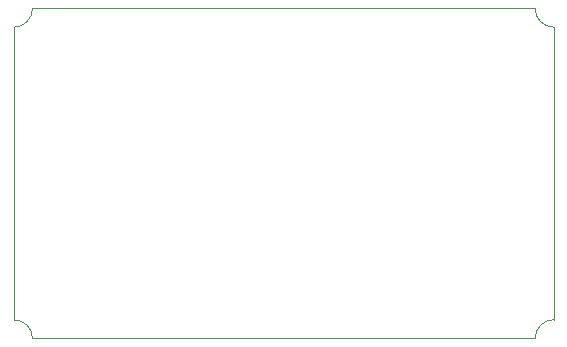
<source format=gm1>
%TF.GenerationSoftware,KiCad,Pcbnew,(5.1.6)-1*%
%TF.CreationDate,2020-07-31T18:02:46-07:00*%
%TF.ProjectId,dspic33ev256gm102,64737069-6333-4336-9576-323536676d31,rev?*%
%TF.SameCoordinates,Original*%
%TF.FileFunction,Profile,NP*%
%FSLAX46Y46*%
G04 Gerber Fmt 4.6, Leading zero omitted, Abs format (unit mm)*
G04 Created by KiCad (PCBNEW (5.1.6)-1) date 2020-07-31 18:02:46*
%MOMM*%
%LPD*%
G01*
G04 APERTURE LIST*
%TA.AperFunction,Profile*%
%ADD10C,0.050000*%
%TD*%
G04 APERTURE END LIST*
D10*
X197612000Y-75247500D02*
G75*
G02*
X196024500Y-73660000I0J1587500D01*
G01*
X196024500Y-101600000D02*
G75*
G02*
X197612000Y-100012500I1587500J0D01*
G01*
X151892000Y-75247500D02*
G75*
G03*
X153479500Y-73660000I0J1587500D01*
G01*
X151892000Y-100012500D02*
G75*
G02*
X153479500Y-101600000I0J-1587500D01*
G01*
X153479500Y-101600000D02*
X196024500Y-101600000D01*
X151892000Y-75247500D02*
X151892000Y-100012500D01*
X196024500Y-73660000D02*
X153479500Y-73660000D01*
X197612000Y-100012500D02*
X197612000Y-75247500D01*
M02*

</source>
